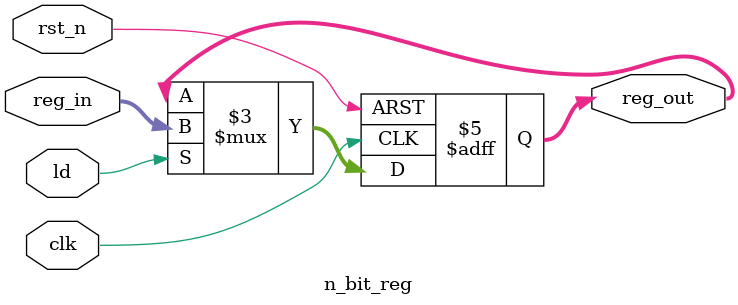
<source format=sv>
module n_bit_reg #(
  parameter N = 32
) (
  input      [N-1:0] reg_in,  //input register
  input              clk,     //clock signal
  input              ld,      //synchronous load signal 
  input              rst_n,   //asynchronous reset
  output reg [N-1:0] reg_out
);  //output register



  always @(posedge clk or negedge rst_n) begin

    if (!rst_n) reg_out <= 0;
    else if (ld) reg_out <= reg_in;
  end

endmodule

</source>
